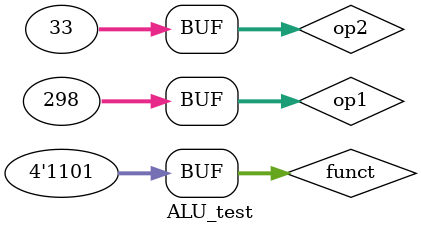
<source format=v>
`timescale 1ns / 1ps


module ALU_test();
    reg [31:0] op1;
    reg [31:0] op2;
    reg [3:0] funct;
    wire [31:0] ans;
    ALU alu(op1, op2, funct, ans);
    
    initial begin
        op1 = 32'h82141953; op2 = 32'h83521abd; funct = 4'b0000; #10;
        funct = 4'b0001; #10;
        funct = 4'b0011; #10;
        op1 = 32'h13894; op2 = 32'habcd; #10;
        op1 = 32'h76543210; op2 = 32'h89abcdef; funct = 4'b0100; #10;
        funct = 4'b0101; #10; funct = 4'b0110; #10; funct = 4'b0111; #10;
        op1 = -325; funct = 4'b1000; #10; op1 = 2147483647; #10;
        op1 = -2147483648; #10; op1 = 0; #10; op1 = 1; #10;
        op1 = -2147483648; op2 = 2147483647; funct = 4'b1010; #10;
        op1 = 0; op2 = -1; #10;
        op1 = 2147483647; op2 = -1; #10
        op1 = 1; op2 = -2147483648; #10
        op1 = 2053; op2 = 28360; funct = 4'b1011; #10;
        op1 = 246; op2 = 0; #10;
        op1 = 28; op2 = 3; funct = 4'b1100; #10;
        op1 = 426; op2 = 6'b100010; #10;
        op1 = 128; op2 = 3; funct = 4'b1101; #10;
        op1 = 298; op2 = 6'b100001; #10;
    end
endmodule

</source>
